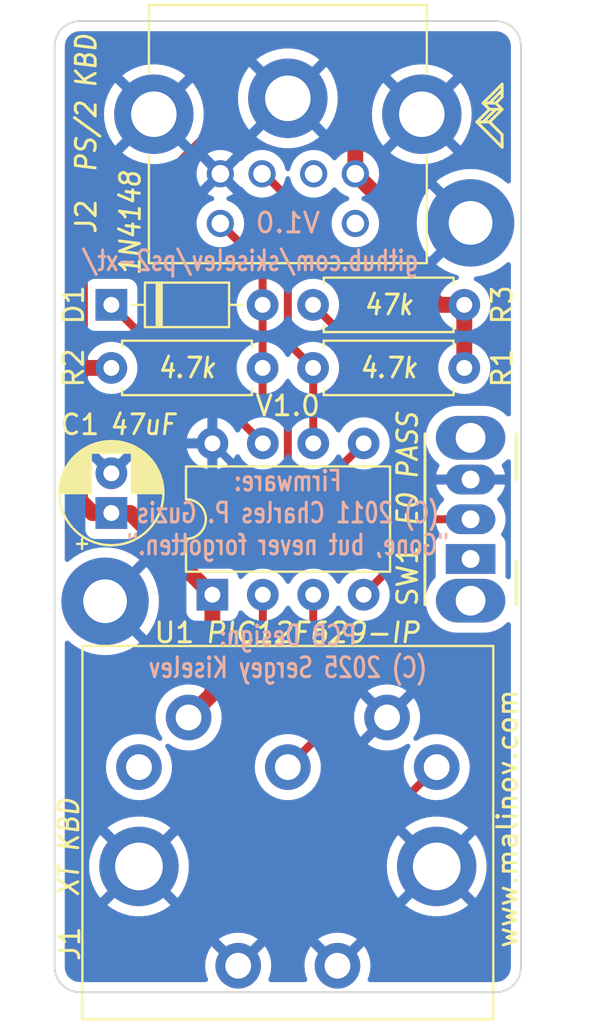
<source format=kicad_pcb>
(kicad_pcb (version 20211014) (generator pcbnew)
  (title_block (title "PS/2 to XT Keyboard Converter") (date "2025-12-01") (company "Sergey Kiselev"))
  (layers (0 "F.Cu" signal) (31 "B.Cu" signal) (34 "B.Paste" user) (35 "F.Paste" user) (36 "B.SilkS" user "B.Silkscreen") (37 "F.SilkS" user "F.Silkscreen") (38 "B.Mask" user) (39 "F.Mask" user) (44 "Edge.Cuts" user))
  (net 0 "")
  (net 1 "VCC")
  (net 2 "GND")
  (net 3 "Net-(D1-Pad1)")
  (net 4 "/AT_CLK")
  (net 5 "/XT_CLK")
  (net 6 "/XT_DATA")
  (net 9 "/AT_DATA")
  (net 12 "Net-(R3-Pad2)")
  (footprint "Resistor_THT:R_Axial_DIN0207_L6.3mm_D2.5mm_P7.62mm_Horizontal" (layer "F.Cu") (at 147.6375 92.3925 180)
    (fp_text reference "R3" (at -1.905 0 90) (layer "F.SilkS"))
    (fp_text value "47k" (at 3.81 0) (layer "F.SilkS") (effects (font (size 1 0.9) (thickness 0.15) italic)))
    (fp_line (start 7.08 -1.37) (end 7.08 -1.04) (layer "F.SilkS") (width 0.12))
    (fp_line (start 0.54 -1.04) (end 0.54 -1.37) (layer "F.SilkS") (width 0.12))
    (fp_line (start 0.54 -1.37) (end 7.08 -1.37) (layer "F.SilkS") (width 0.12))
    (fp_line (start 0.54 1.04) (end 0.54 1.37) (layer "F.SilkS") (width 0.12))
    (fp_line (start 0.54 1.37) (end 7.08 1.37) (layer "F.SilkS") (width 0.12))
    (fp_line (start 7.08 1.37) (end 7.08 1.04) (layer "F.SilkS") (width 0.12))
    (pad "1" thru_hole circle (at 0 0 180) (size 1.6 1.6) (drill 0.8) (layers *.Cu *.Mask) (net 1 "VCC"))
    (pad "2" thru_hole oval (at 7.62 0 180) (size 1.6 1.6) (drill 0.8) (layers *.Cu *.Mask) (net 12 "Net-(R3-Pad2)"))
  )
  (footprint "Capacitor_THT:CP_Radial_D5.0mm_P2.00mm" (layer "F.Cu") (at 129.8575 102.872612 90)
    (fp_text reference "C1" (at 4.447612 -1.5875 180) (layer "F.SilkS"))
    (fp_text value "47uF" (at 4.447612 1.5875 180) (layer "F.SilkS") (effects (font (size 1 0.9) (thickness 0.15) italic)))
    (fp_line (start 1.6 -2.511) (end 1.6 -1.04) (layer "F.SilkS") (width 0.12))
    (fp_line (start 2.641 -2.004) (end 2.641 -1.04) (layer "F.SilkS") (width 0.12))
    (fp_line (start 2.081 1.04) (end 2.081 2.348) (layer "F.SilkS") (width 0.12))
    (fp_line (start 2.281 -2.247) (end 2.281 -1.04) (layer "F.SilkS") (width 0.12))
    (fp_line (start 2.321 -2.224) (end 2.321 -1.04) (layer "F.SilkS") (width 0.12))
    (fp_line (start 3.081 -1.554) (end 3.081 1.554) (layer "F.SilkS") (width 0.12))
    (fp_line (start 3.561 -0.518) (end 3.561 0.518) (layer "F.SilkS") (width 0.12))
    (fp_line (start 1 -2.58) (end 1 -1.04) (layer "F.SilkS") (width 0.12))
    (fp_line (start 2.081 -2.348) (end 2.081 -1.04) (layer "F.SilkS") (width 0.12))
    (fp_line (start 2.841 1.04) (end 2.841 1.826) (layer "F.SilkS") (width 0.12))
    (fp_line (start 1.721 -2.48) (end 1.721 -1.04) (layer "F.SilkS") (width 0.12))
    (fp_line (start 2.681 1.04) (end 2.681 1.971) (layer "F.SilkS") (width 0.12))
    (fp_line (start 1.68 -2.491) (end 1.68 -1.04) (layer "F.SilkS") (width 0.12))
    (fp_line (start 3.121 -1.5) (end 3.121 1.5) (layer "F.SilkS") (width 0.12))
    (fp_line (start 1.32 1.04) (end 1.32 2.561) (layer "F.SilkS") (width 0.12))
    (fp_line (start 2.521 1.04) (end 2.521 2.095) (layer "F.SilkS") (width 0.12))
    (fp_line (start 1.961 1.04) (end 1.961 2.398) (layer "F.SilkS") (width 0.12))
    (fp_line (start 2.481 1.04) (end 2.481 2.122) (layer "F.SilkS") (width 0.12))
    (fp_line (start 2.921 -1.743) (end 2.921 -1.04) (layer "F.SilkS") (width 0.12))
    (fp_line (start 2.121 1.04) (end 2.121 2.329) (layer "F.SilkS") (width 0.12))
    (fp_line (start 1.48 -2.536) (end 1.48 -1.04) (layer "F.SilkS") (width 0.12))
    (fp_line (start 2.841 -1.826) (end 2.841 -1.04) (layer "F.SilkS") (width 0.12))
    (fp_line (start 1.64 1.04) (end 1.64 2.501) (layer "F.SilkS") (width 0.12))
    (fp_line (start 2.881 1.04) (end 2.881 1.785) (layer "F.SilkS") (width 0.12))
    (fp_line (start 1.2 1.04) (end 1.2 2.573) (layer "F.SilkS") (width 0.12))
    (fp_line (start 1.6 1.04) (end 1.6 2.511) (layer "F.SilkS") (width 0.12))
    (fp_line (start 2.801 1.04) (end 2.801 1.864) (layer "F.SilkS") (width 0.12))
    (fp_line (start 1 1.04) (end 1 2.58) (layer "F.SilkS") (width 0.12))
    (fp_line (start 1.881 1.04) (end 1.881 2.428) (layer "F.SilkS") (width 0.12))
    (fp_line (start 1.801 1.04) (end 1.801 2.455) (layer "F.SilkS") (width 0.12))
    (fp_line (start 1.721 1.04) (end 1.721 2.48) (layer "F.SilkS") (width 0.12))
    (fp_line (start 2.721 1.04) (end 2.721 1.937) (layer "F.SilkS") (width 0.12))
    (fp_line (start 2.201 1.04) (end 2.201 2.29) (layer "F.SilkS") (width 0.12))
    (fp_line (start 3.041 -1.605) (end 3.041 1.605) (layer "F.SilkS") (width 0.12))
    (fp_line (start 1.16 1.04) (end 1.16 2.576) (layer "F.SilkS") (width 0.12))
    (fp_line (start 2.161 1.04) (end 2.161 2.31) (layer "F.SilkS") (width 0.12))
    (fp_line (start 2.521 -2.095) (end 2.521 -1.04) (layer "F.SilkS") (width 0.12))
    (fp_line (start 2.761 -1.901) (end 2.761 -1.04) (layer "F.SilkS") (width 0.12))
    (fp_line (start 1.56 1.04) (end 1.56 2.52) (layer "F.SilkS") (width 0.12))
    (fp_line (start 2.961 1.04) (end 2.961 1.699) (layer "F.SilkS") (width 0.12))
    (fp_line (start 1.08 -2.579) (end 1.08 -1.04) (layer "F.SilkS") (width 0.12))
    (fp_line (start 3.201 -1.383) (end 3.201 1.383) (layer "F.SilkS") (width 0.12))
    (fp_line (start 1.761 1.04) (end 1.761 2.468) (layer "F.SilkS") (width 0.12))
    (fp_line (start 2.561 1.04) (end 2.561 2.065) (layer "F.SilkS") (width 0.12))
    (fp_line (start 1.36 -2.556) (end 1.36 -1.04) (layer "F.SilkS") (width 0.12))
    (fp_line (start 2.281 1.04) (end 2.281 2.247) (layer "F.SilkS") (width 0.12))
    (fp_line (start 2.481 -2.122) (end 2.481 -1.04) (layer "F.SilkS") (width 0.12))
    (fp_line (start 2.401 -2.175) (end 2.401 -1.04) (layer "F.SilkS") (width 0.12))
    (fp_line (start 2.321 1.04) (end 2.321 2.224) (layer "F.SilkS") (width 0.12))
    (fp_line (start 2.041 1.04) (end 2.041 2.365) (layer "F.SilkS") (width 0.12))
    (fp_line (start 2.761 1.04) (end 2.761 1.901) (layer "F.SilkS") (width 0.12))
    (fp_line (start 2.881 -1.785) (end 2.881 -1.04) (layer "F.SilkS") (width 0.12))
    (fp_line (start 3.161 -1.443) (end 3.161 1.443) (layer "F.SilkS") (width 0.12))
    (fp_line (start 1.68 1.04) (end 1.68 2.491) (layer "F.SilkS") (width 0.12))
    (fp_line (start 1.08 1.04) (end 1.08 2.579) (layer "F.SilkS") (width 0.12))
    (fp_line (start 2.601 1.04) (end 2.601 2.035) (layer "F.SilkS") (width 0.12))
    (fp_line (start 1.961 -2.398) (end 1.961 -1.04) (layer "F.SilkS") (width 0.12))
    (fp_line (start 1.801 -2.455) (end 1.801 -1.04) (layer "F.SilkS") (width 0.12))
    (fp_line (start 1.48 1.04) (end 1.48 2.536) (layer "F.SilkS") (width 0.12))
    (fp_line (start -1.554775 -1.725) (end -1.554775 -1.225) (layer "F.SilkS") (width 0.12))
    (fp_line (start 1.841 1.04) (end 1.841 2.442) (layer "F.SilkS") (width 0.12))
    (fp_line (start 1.16 -2.576) (end 1.16 -1.04) (layer "F.SilkS") (width 0.12))
    (fp_line (start 3.361 -1.098) (end 3.361 1.098) (layer "F.SilkS") (width 0.12))
    (fp_line (start 3.321 -1.178) (end 3.321 1.178) (layer "F.SilkS") (width 0.12))
    (fp_line (start 1.12 1.04) (end 1.12 2.578) (layer "F.SilkS") (width 0.12))
    (fp_line (start 2.681 -1.971) (end 2.681 -1.04) (layer "F.SilkS") (width 0.12))
    (fp_line (start 1.921 -2.414) (end 1.921 -1.04) (layer "F.SilkS") (width 0.12))
    (fp_line (start 2.441 -2.149) (end 2.441 -1.04) (layer "F.SilkS") (width 0.12))
    (fp_line (start 1.28 1.04) (end 1.28 2.565) (layer "F.SilkS") (width 0.12))
    (fp_line (start 2.161 -2.31) (end 2.161 -1.04) (layer "F.SilkS") (width 0.12))
    (fp_line (start 2.121 -2.329) (end 2.121 -1.04) (layer "F.SilkS") (width 0.12))
    (fp_line (start 2.441 1.04) (end 2.441 2.149) (layer "F.SilkS") (width 0.12))
    (fp_line (start 3.481 -0.805) (end 3.481 0.805) (layer "F.SilkS") (width 0.12))
    (fp_line (start 1.4 -2.55) (end 1.4 -1.04) (layer "F.SilkS") (width 0.12))
    (fp_line (start 3.241 -1.319) (end 3.241 1.319) (layer "F.SilkS") (width 0.12))
    (fp_line (start 2.241 -2.268) (end 2.241 -1.04) (layer "F.SilkS") (width 0.12))
    (fp_line (start 1.64 -2.501) (end 1.64 -1.04) (layer "F.SilkS") (width 0.12))
    (fp_line (start 3.601 -0.284) (end 3.601 0.284) (layer "F.SilkS") (width 0.12))
    (fp_line (start 2.041 -2.365) (end 2.041 -1.04) (layer "F.SilkS") (width 0.12))
    (fp_line (start 2.401 1.04) (end 2.401 2.175) (layer "F.SilkS") (width 0.12))
    (fp_line (start 1.52 1.04) (end 1.52 2.528) (layer "F.SilkS") (width 0.12))
    (fp_line (start 3.521 -0.677) (end 3.521 0.677) (layer "F.SilkS") (width 0.12))
    (fp_line (start 1.24 1.04) (end 1.24 2.569) (layer "F.SilkS") (width 0.12))
    (fp_line (start 1.56 -2.52) (end 1.56 -1.04) (layer "F.SilkS") (width 0.12))
    (fp_line (start 1.28 -2.565) (end 1.28 -1.04) (layer "F.SilkS") (width 0.12))
    (fp_line (start 2.561 -2.065) (end 2.561 -1.04) (layer "F.SilkS") (width 0.12))
    (fp_line (start 1.44 -2.543) (end 1.44 -1.04) (layer "F.SilkS") (width 0.12))
    (fp_line (start 3.001 -1.653) (end 3.001 -1.04) (layer "F.SilkS") (width 0.12))
    (fp_line (start 2.801 -1.864) (end 2.801 -1.04) (layer "F.SilkS") (width 0.12))
    (fp_line (start 2.361 1.04) (end 2.361 2.2) (layer "F.SilkS") (width 0.12))
    (fp_line (start 2.001 -2.382) (end 2.001 -1.04) (layer "F.SilkS") (width 0.12))
    (fp_line (start 3.401 -1.011) (end 3.401 1.011) (layer "F.SilkS") (width 0.12))
    (fp_line (start 1.24 -2.569) (end 1.24 -1.04) (layer "F.SilkS") (width 0.12))
    (fp_line (start 1.881 -2.428) (end 1.881 -1.04) (layer "F.SilkS") (width 0.12))
    (fp_line (start 2.641 1.04) (end 2.641 2.004) (layer "F.SilkS") (width 0.12))
    (fp_line (start 2.961 -1.699) (end 2.961 -1.04) (layer "F.SilkS") (width 0.12))
    (fp_line (start 1.04 1.04) (end 1.04 2.58) (layer "F.SilkS") (width 0.12))
    (fp_line (start 3.281 -1.251) (end 3.281 1.251) (layer "F.SilkS") (width 0.12))
    (fp_line (start -1.804775 -1.475) (end -1.304775 -1.475) (layer "F.SilkS") (width 0.12))
    (fp_line (start 2.201 -2.29) (end 2.201 -1.04) (layer "F.SilkS") (width 0.12))
    (fp_line (start 3.001 1.04) (end 3.001 1.653) (layer "F.SilkS") (width 0.12))
    (fp_line (start 3.441 -0.915) (end 3.441 0.915) (layer "F.SilkS") (width 0.12))
    (fp_line (start 2.601 -2.035) (end 2.601 -1.04) (layer "F.SilkS") (width 0.12))
    (fp_line (start 1.921 1.04) (end 1.921 2.414) (layer "F.SilkS") (width 0.12))
    (fp_line (start 1.04 -2.58) (end 1.04 -1.04) (layer "F.SilkS") (width 0.12))
    (fp_line (start 2.921 1.04) (end 2.921 1.743) (layer "F.SilkS") (width 0.12))
    (fp_line (start 1.761 -2.468) (end 1.761 -1.04) (layer "F.SilkS") (width 0.12))
    (fp_line (start 2.001 1.04) (end 2.001 2.382) (layer "F.SilkS") (width 0.12))
    (fp_line (start 1.36 1.04) (end 1.36 2.556) (layer "F.SilkS") (width 0.12))
    (fp_line (start 1.12 -2.578) (end 1.12 -1.04) (layer "F.SilkS") (width 0.12))
    (fp_line (start 1.4 1.04) (end 1.4 2.55) (layer "F.SilkS") (width 0.12))
    (fp_line (start 2.361 -2.2) (end 2.361 -1.04) (layer "F.SilkS") (width 0.12))
    (fp_line (start 1.52 -2.528) (end 1.52 -1.04) (layer "F.SilkS") (width 0.12))
    (fp_line (start 1.841 -2.442) (end 1.841 -1.04) (layer "F.SilkS") (width 0.12))
    (fp_line (start 2.241 1.04) (end 2.241 2.268) (layer "F.SilkS") (width 0.12))
    (fp_line (start 1.2 -2.573) (end 1.2 -1.04) (layer "F.SilkS") (width 0.12))
    (fp_line (start 1.44 1.04) (end 1.44 2.543) (layer "F.SilkS") (width 0.12))
    (fp_line (start 1.32 -2.561) (end 1.32 -1.04) (layer "F.SilkS") (width 0.12))
    (fp_line (start 2.721 -1.937) (end 2.721 -1.04) (layer "F.SilkS") (width 0.12))
    (fp_circle (center 1 0) (end 3.62 0) (layer "F.SilkS") (width 0.12) (fill none))
    (pad "1" thru_hole rect (at 0 0 90) (size 1.6 1.6) (drill 0.8) (layers *.Cu *.Mask) (net 1 "VCC"))
    (pad "2" thru_hole circle (at 2 0 90) (size 1.6 1.6) (drill 0.8) (layers *.Cu *.Mask) (net 2 "GND"))
  )
  (footprint "Package_DIP:DIP-8_W7.62mm" (layer "F.Cu") (at 134.9475 106.9875 90)
    (fp_text reference "U1" (at -1.915 -1.915 180) (layer "F.SilkS"))
    (fp_text value "PIC12F629-IP" (at -1.915 5.07 180) (layer "F.SilkS") (effects (font (thickness 0.15) italic)))
    (fp_line (start 6.46 -1.33) (end 4.81 -1.33) (layer "F.SilkS") (width 0.12))
    (fp_line (start 1.16 8.95) (end 6.46 8.95) (layer "F.SilkS") (width 0.12))
    (fp_line (start 6.46 8.95) (end 6.46 -1.33) (layer "F.SilkS") (width 0.12))
    (fp_line (start 2.81 -1.33) (end 1.16 -1.33) (layer "F.SilkS") (width 0.12))
    (fp_line (start 1.16 -1.33) (end 1.16 8.95) (layer "F.SilkS") (width 0.12))
    (fp_arc (start 4.81 -1.33) (mid 3.81 -0.33) (end 2.81 -1.33) (layer "F.SilkS") (width 0.12))
    (pad "1" thru_hole rect (at 0 0 90) (size 1.6 1.6) (drill 0.8) (layers *.Cu *.Mask) (net 1 "VCC"))
    (pad "2" thru_hole oval (at 0 2.54 90) (size 1.6 1.6) (drill 0.8) (layers *.Cu *.Mask) (net 5 "/XT_CLK"))
    (pad "3" thru_hole oval (at 0 5.08 90) (size 1.6 1.6) (drill 0.8) (layers *.Cu *.Mask) (net 6 "/XT_DATA"))
    (pad "4" thru_hole oval (at 0 7.62 90) (size 1.6 1.6) (drill 0.8) (layers *.Cu *.Mask) (net 12 "Net-(R3-Pad2)"))
    (pad "5" thru_hole oval (at 7.62 7.62 90) (size 1.6 1.6) (drill 0.8) (layers *.Cu *.Mask) (net 4 "/AT_CLK"))
    (pad "6" thru_hole oval (at 7.62 5.08 90) (size 1.6 1.6) (drill 0.8) (layers *.Cu *.Mask) (net 9 "/AT_DATA"))
    (pad "7" thru_hole oval (at 7.62 2.54 90) (size 1.6 1.6) (drill 0.8) (layers *.Cu *.Mask) (net 3 "Net-(D1-Pad1)"))
    (pad "8" thru_hole oval (at 7.62 0 90) (size 1.6 1.6) (drill 0.8) (layers *.Cu *.Mask) (net 2 "GND"))
  )
  (footprint "Diode_THT:D_DO-35_SOD27_P7.62mm_Horizontal" (layer "F.Cu") (at 129.8575 92.3925)
    (fp_text reference "D1" (at -1.905 0 90) (layer "F.SilkS"))
    (fp_text value "1N4148" (at 0.9525 -4.1275 90) (layer "F.SilkS") (effects (font (size 1 0.9) (thickness 0.15) italic)))
    (fp_line (start 2.29 -1.12) (end 2.29 1.12) (layer "F.SilkS") (width 0.12))
    (fp_line (start 1.69 1.12) (end 5.93 1.12) (layer "F.SilkS") (width 0.12))
    (fp_line (start 2.53 -1.12) (end 2.53 1.12) (layer "F.SilkS") (width 0.12))
    (fp_line (start 5.93 1.12) (end 5.93 -1.12) (layer "F.SilkS") (width 0.12))
    (fp_line (start 5.93 -1.12) (end 1.69 -1.12) (layer "F.SilkS") (width 0.12))
    (fp_line (start 1.69 -1.12) (end 1.69 1.12) (layer "F.SilkS") (width 0.12))
    (fp_line (start 2.41 -1.12) (end 2.41 1.12) (layer "F.SilkS") (width 0.12))
    (fp_line (start 6.58 0) (end 5.93 0) (layer "F.SilkS") (width 0.12))
    (fp_line (start 1.04 0) (end 1.69 0) (layer "F.SilkS") (width 0.12))
    (pad "1" thru_hole rect (at 0 0) (size 1.6 1.6) (drill 0.8) (layers *.Cu *.Mask) (net 3 "Net-(D1-Pad1)"))
    (pad "2" thru_hole oval (at 7.62 0) (size 1.6 1.6) (drill 0.8) (layers *.Cu *.Mask) (net 4 "/AT_CLK"))
  )
  (footprint "MountingHole:MountingHole_2.2mm_M2_Pad" (layer "F.Cu") (at 147.955 88.265 90)
    (fp_text reference "H1")
    (fp_text value "M2")
    (pad "1" thru_hole circle (at 0 0 90) (size 4.4 4.4) (drill 2.2) (layers *.Cu *.Mask) (net 2 "GND"))
  )
  (footprint "MountingHole:MountingHole_2.2mm_M2_Pad" (layer "F.Cu") (at 129.54 107.315 90)
    (fp_text reference "H2")
    (fp_text value "M2")
    (pad "1" thru_hole circle (at 0 0 90) (size 4.4 4.4) (drill 2.2) (layers *.Cu *.Mask) (net 2 "GND"))
  )
  (footprint "Button_Switch_THT:SW_CuK_OS102011MA1QN1_SPDT_Angled" (layer "F.Cu") (at 147.955 105.1875 90)
    (fp_text reference "SW1" (at -0.8575 -3.175 90) (layer "F.SilkS"))
    (fp_text value "E0 PASS" (at 4.54 -3.175 90) (layer "F.SilkS") (effects (font (size 1 0.9) (thickness 0.15) italic)))
    (fp_line (start -2.3 -2.3) (end 6.3 -2.3) (layer "F.SilkS") (width 0.15))
    (fp_line (start 4 2.3) (end 6.3 2.3) (layer "F.SilkS") (width 0.15))
    (fp_line (start -2.3 2.3) (end -0.1 2.3) (layer "F.SilkS") (width 0.15))
    (pad "" thru_hole oval (at -2.1 0 90) (size 2.2 3.5) (drill 1.5) (layers *.Cu *.Mask))
    (pad "" thru_hole oval (at 6.1 0 90) (size 2.2 3.5) (drill 1.5) (layers *.Cu *.Mask))
    (pad "1" thru_hole rect (at 0 0 90) (size 1.5 2.5) (drill 0.9) (layers *.Cu *.Mask))
    (pad "2" thru_hole oval (at 2 0 90) (size 1.5 2.5) (drill 0.9) (layers *.Cu *.Mask) (net 12 "Net-(R3-Pad2)"))
    (pad "3" thru_hole oval (at 4 0 90) (size 1.5 2.5) (drill 0.9) (layers *.Cu *.Mask) (net 2 "GND"))
  )
  (footprint "My_Components:Conn_Mini_DIN_6pin" (layer "F.Cu") (at 138.7475 77.29328)
    (fp_text reference "J2" (at -10.16 10.65422 90) (layer "F.SilkS"))
    (fp_text value "PS/2 KBD" (at -10.16 4.93922 90) (layer "F.SilkS") (effects (font (size 1 0.9) (thickness 0.15) italic)))
    (fp_line (start -7 0) (end -7 3.4) (layer "F.SilkS") (width 0.12))
    (fp_line (start -7 13) (end -7 7.6) (layer "F.SilkS") (width 0.12))
    (fp_line (start 7 13) (end 7 7.6) (layer "F.SilkS") (width 0.12))
    (fp_line (start 7 0) (end 7 3.4) (layer "F.SilkS") (width 0.12))
    (fp_line (start -7 0) (end 7 0) (layer "F.SilkS") (width 0.12))
    (fp_line (start 7 13) (end -7 13) (layer "F.SilkS") (width 0.12))
    (pad "1" thru_hole circle (at -1.3 8.5 180) (size 1.3716 1.3716) (drill 0.889) (layers *.Cu *.Mask) (net 9 "/AT_DATA"))
    (pad "2" thru_hole circle (at 1.3 8.5 180) (size 1.3716 1.3716) (drill 0.889) (layers *.Cu *.Mask))
    (pad "3" thru_hole circle (at -3.4 8.5 180) (size 1.3716 1.3716) (drill 0.889) (layers *.Cu *.Mask) (net 2 "GND"))
    (pad "4" thru_hole circle (at 3.4 8.5 180) (size 1.3716 1.3716) (drill 0.889) (layers *.Cu *.Mask) (net 1 "VCC"))
    (pad "5" thru_hole circle (at -3.4 11 180) (size 1.3716 1.3716) (drill 0.889) (layers *.Cu *.Mask) (net 4 "/AT_CLK"))
    (pad "6" thru_hole circle (at 3.4 11 180) (size 1.3716 1.3716) (drill 0.889) (layers *.Cu *.Mask))
    (pad "~" thru_hole circle (at 6.75 5.5 180) (size 4.0005 4.0005) (drill 2.29108) (layers *.Cu *.Mask) (net 2 "GND"))
    (pad "~" thru_hole circle (at 0 4.7 180) (size 4.0005 4.0005) (drill 2.29108) (layers *.Cu *.Mask) (net 2 "GND"))
    (pad "~" thru_hole circle (at -6.75 5.5 180) (size 4.0005 4.0005) (drill 2.29108) (layers *.Cu *.Mask) (net 2 "GND"))
  )
  (footprint "Resistor_THT:R_Axial_DIN0207_L6.3mm_D2.5mm_P7.62mm_Horizontal" (layer "F.Cu") (at 147.6375 95.5675 180)
    (fp_text reference "R1" (at -1.905 0 90) (layer "F.SilkS"))
    (fp_text value "4.7k" (at 3.81 0) (layer "F.SilkS") (effects (font (size 1 0.9) (thickness 0.15) italic)))
    (fp_line (start 0.54 1.37) (end 7.08 1.37) (layer "F.SilkS") (width 0.12))
    (fp_line (start 0.54 1.04) (end 0.54 1.37) (layer "F.SilkS") (width 0.12))
    (fp_line (start 7.08 1.37) (end 7.08 1.04) (layer "F.SilkS") (width 0.12))
    (fp_line (start 0.54 -1.37) (end 7.08 -1.37) (layer "F.SilkS") (width 0.12))
    (fp_line (start 0.54 -1.04) (end 0.54 -1.37) (layer "F.SilkS") (width 0.12))
    (fp_line (start 7.08 -1.37) (end 7.08 -1.04) (layer "F.SilkS") (width 0.12))
    (pad "1" thru_hole circle (at 0 0 180) (size 1.6 1.6) (drill 0.8) (layers *.Cu *.Mask) (net 1 "VCC"))
    (pad "2" thru_hole oval (at 7.62 0 180) (size 1.6 1.6) (drill 0.8) (layers *.Cu *.Mask) (net 9 "/AT_DATA"))
  )
  (footprint "My_Components:Conn_DIN_5pin" (layer "F.Cu") (at 138.7475 128.3675 180)
    (fp_text reference "J1" (at 10.9855 3.8059 90) (layer "F.SilkS"))
    (fp_text value "XT KBD" (at 11.0363 8.67 270) (layer "F.SilkS") (effects (font (size 1 0.9) (thickness 0.15) italic)))
    (fp_line (start -10.35 18.8) (end -10.35 0) (layer "F.SilkS") (width 0.12))
    (fp_line (start 10.35 18.8) (end -10.35 18.8) (layer "F.SilkS") (width 0.12))
    (fp_line (start 10.35 0) (end 10.35 18.8) (layer "F.SilkS") (width 0.12))
    (fp_line (start -10.35 0) (end 10.35 0) (layer "F.SilkS") (width 0.12))
    (pad "0" thru_hole circle (at 2.5 2.7) (size 2.3 2.3) (drill 1.3) (layers *.Cu *.Mask) (net 2 "GND"))
    (pad "0" thru_hole circle (at -2.5 2.7) (size 2.3 2.3) (drill 1.3) (layers *.Cu *.Mask) (net 2 "GND"))
    (pad "1" thru_hole circle (at -7.5 12.7) (size 2.3 2.3) (drill 1.3) (layers *.Cu *.Mask) (net 5 "/XT_CLK"))
    (pad "2" thru_hole circle (at 0 12.7) (size 2.3 2.3) (drill 1.3) (layers *.Cu *.Mask) (net 6 "/XT_DATA"))
    (pad "3" thru_hole circle (at 7.5 12.7) (size 2.3 2.3) (drill 1.3) (layers *.Cu *.Mask))
    (pad "4" thru_hole circle (at -5 15.2) (size 2.3 2.3) (drill 1.3) (layers *.Cu *.Mask) (net 2 "GND"))
    (pad "5" thru_hole circle (at 5 15.2) (size 2.3 2.3) (drill 1.3) (layers *.Cu *.Mask) (net 1 "VCC"))
    (pad "~" thru_hole circle (at -7.5 7.7) (size 4 4) (drill 2.4) (layers *.Cu *.Mask) (net 2 "GND"))
    (pad "~" thru_hole circle (at 7.5 7.7) (size 4 4) (drill 2.4) (layers *.Cu *.Mask) (net 2 "GND"))
  )
  (footprint "Resistor_THT:R_Axial_DIN0207_L6.3mm_D2.5mm_P7.62mm_Horizontal" (layer "F.Cu") (at 129.8575 95.5675)
    (fp_text reference "R2" (at -1.905 0 90) (layer "F.SilkS"))
    (fp_text value "4.7k" (at 3.81 0 180) (layer "F.SilkS") (effects (font (size 1 0.9) (thickness 0.15) italic)))
    (fp_line (start 0.54 1.37) (end 7.08 1.37) (layer "F.SilkS") (width 0.12))
    (fp_line (start 0.54 1.04) (end 0.54 1.37) (layer "F.SilkS") (width 0.12))
    (fp_line (start 7.08 1.37) (end 7.08 1.04) (layer "F.SilkS") (width 0.12))
    (fp_line (start 0.54 -1.04) (end 0.54 -1.37) (layer "F.SilkS") (width 0.12))
    (fp_line (start 7.08 -1.37) (end 7.08 -1.04) (layer "F.SilkS") (width 0.12))
    (fp_line (start 0.54 -1.37) (end 7.08 -1.37) (layer "F.SilkS") (width 0.12))
    (pad "1" thru_hole circle (at 0 0) (size 1.6 1.6) (drill 0.8) (layers *.Cu *.Mask) (net 1 "VCC"))
    (pad "2" thru_hole oval (at 7.62 0) (size 1.6 1.6) (drill 0.8) (layers *.Cu *.Mask) (net 4 "/AT_CLK"))
  )
  (gr_line (start 148.59 82.2325) (end 149.5425 81.28) (layer "F.SilkS") (width 0.15))
  (gr_line (start 148.59 83.185) (end 149.225 82.55) (layer "F.SilkS") (width 0.15))
  (gr_line (start 149.5425 81.915) (end 149.225 82.2325) (layer "F.SilkS") (width 0.15))
  (gr_line (start 148.2725 83.185) (end 148.9075 83.185) (layer "F.SilkS") (width 0.15))
  (gr_line (start 148.9075 82.55) (end 148.59 82.2325) (layer "F.SilkS") (width 0.15))
  (gr_line (start 149.225 82.2325) (end 149.5425 82.55) (layer "F.SilkS") (width 0.15))
  (gr_line (start 149.5425 81.28) (end 149.5425 81.915) (layer "F.SilkS") (width 0.15))
  (gr_line (start 149.5425 84.455) (end 148.2725 83.185) (layer "F.SilkS") (width 0.15))
  (gr_line (start 148.9075 82.55) (end 149.5425 82.55) (layer "F.SilkS") (width 0.15))
  (gr_line (start 149.5425 82.55) (end 148.9075 83.185) (layer "F.SilkS") (width 0.15))
  (gr_line (start 148.2725 83.185) (end 148.9075 82.55) (layer "F.SilkS") (width 0.15))
  (gr_line (start 148.9075 82.2325) (end 149.5425 81.5975) (layer "F.SilkS") (width 0.15))
  (gr_line (start 148.9075 83.185) (end 149.5425 83.82) (layer "F.SilkS") (width 0.15))
  (gr_line (start 148.59 82.2325) (end 149.225 82.2325) (layer "F.SilkS") (width 0.15))
  (gr_line (start 149.5425 83.82) (end 149.5425 84.455) (layer "F.SilkS") (width 0.15))
  (gr_line (start 149.225 127) (end 128.27 127) (layer "Edge.Cuts") (width 0.1))
  (gr_arc (start 128.27 127) (mid 127.371974 126.628026) (end 127 125.73) (layer "Edge.Cuts") (width 0.1))
  (gr_arc (start 149.225 78.105) (mid 150.123026 78.476974) (end 150.495 79.375) (layer "Edge.Cuts") (width 0.1))
  (gr_line (start 149.225 78.105) (end 128.27 78.105) (layer "Edge.Cuts") (width 0.1))
  (gr_arc (start 127 79.375) (mid 127.371974 78.476974) (end 128.27 78.105) (layer "Edge.Cuts") (width 0.1))
  (gr_line (start 127 125.73) (end 127 79.375) (layer "Edge.Cuts") (width 0.1))
  (gr_arc (start 150.495 125.73) (mid 150.123026 126.628026) (end 149.225 127) (layer "Edge.Cuts") (width 0.1))
  (gr_line (start 150.495 125.73) (end 150.495 79.375) (layer "Edge.Cuts") (width 0.1))
  (gr_text "PCB Design:\n(C) 2025 Sergey Kiselev\n" (at 138.7475 109.855) (layer "B.SilkS") (effects (font (size 1 0.75)) (justify mirror)))
  (gr_text "github.com/skiselev/ps2-xt/" (at 136.8425 90.17) (layer "B.SilkS") (effects (font (size 1 0.75)) (justify mirror)))
  (gr_text "Firmware:\n(C) 2011 Charles P. Guzis\n{dblquote}Gone, but never forgotten.{dblquote}\n" (at 138.7475 102.87) (layer "B.SilkS") (effects (font (size 1 0.75)) (justify mirror)))
  (gr_text "V1.0" (at 138.7475 88.265) (layer "B.SilkS") (effects (font (size 1 1)) (justify mirror)))
  (gr_text "V1.0" (at 138.7475 97.4725) (layer "F.SilkS") (effects (font (size 1 1))))
  (gr_text "www.malinov.com" (at 149.8092 118.2624 90) (layer "F.SilkS") (effects (font (size 1 1))))
  (segment (start 128.27 95.5675) (end 128.27 90.4875) (width 0.8) (layer "F.Cu") (net 1))
  (segment (start 134.9475 106.9875) (end 134.9475 111.9675) (width 0.8) (layer "F.Cu") (net 1))
  (segment (start 146.3675 92.3925) (end 144.22336 90.24836) (width 0.8) (layer "F.Cu") (net 1))
  (segment (start 147.6375 95.5675) (end 147.6375 92.3925) (width 0.8) (layer "F.Cu") (net 1))
  (segment (start 134.9475 111.9675) (end 133.7475 113.1675) (width 0.8) (layer "F.Cu") (net 1))
  (segment (start 128.27 90.4875) (end 135.255 83.5025) (width 0.8) (layer "F.Cu") (net 1))
  (segment (start 128.27 102.235) (end 128.907612 102.872612) (width 0.8) (layer "F.Cu") (net 1))
  (segment (start 135.255 81.28) (end 137.4775 79.0575) (width 0.8) (layer "F.Cu") (net 1))
  (segment (start 135.255 83.5025) (end 135.255 81.28) (width 0.8) (layer "F.Cu") (net 1))
  (segment (start 140.0175 79.0575) (end 142.1475 81.1875) (width 0.8) (layer "F.Cu") (net 1))
  (segment (start 144.22336 90.24836) (end 144.22336 87.86914) (width 0.8) (layer "F.Cu") (net 1))
  (segment (start 128.907612 102.872612) (end 129.8575 102.872612) (width 0.8) (layer "F.Cu") (net 1))
  (segment (start 142.1475 81.1875) (end 142.1475 85.79328) (width 0.8) (layer "F.Cu") (net 1))
  (segment (start 137.4775 79.0575) (end 140.0175 79.0575) (width 0.8) (layer "F.Cu") (net 1))
  (segment (start 128.27 95.5675) (end 129.8575 95.5675) (width 0.8) (layer "F.Cu") (net 1))
  (segment (start 147.6375 92.3925) (end 146.3675 92.3925) (width 0.8) (layer "F.Cu") (net 1))
  (segment (start 130.812612 102.872612) (end 129.8575 102.872612) (width 0.8) (layer "F.Cu") (net 1))
  (segment (start 134.9275 106.9875) (end 130.812612 102.872612) (width 0.8) (layer "F.Cu") (net 1))
  (segment (start 128.27 95.5675) (end 128.27 102.235) (width 0.8) (layer "F.Cu") (net 1))
  (segment (start 144.22336 87.86914) (end 142.1475 85.79328) (width 0.8) (layer "F.Cu") (net 1))
  (segment (start 134.9475 106.9875) (end 134.9275 106.9875) (width 0.8) (layer "F.Cu") (net 1))
  (segment (start 133.0225 99.3675) (end 131.362612 99.3675) (width 0.4) (layer "B.Cu") (net 2))
  (segment (start 143.7475 113.1675) (end 145.0975 111.8175) (width 0.4) (layer "B.Cu") (net 2))
  (segment (start 145.0975 101.2825) (end 136.8625 101.2825) (width 0.4) (layer "B.Cu") (net 2))
  (segment (start 136.8625 101.2825) (end 134.9475 99.3675) (width 0.4) (layer "B.Cu") (net 2))
  (segment (start 131.362612 99.3675) (end 129.8575 100.872612) (width 0.4) (layer "B.Cu") (net 2))
  (segment (start 145.0975 111.8175) (end 145.0975 101.2825) (width 0.4) (layer "B.Cu") (net 2))
  (segment (start 145.1925 101.1875) (end 147.955 101.1875) (width 0.4) (layer "B.Cu") (net 2))
  (segment (start 133.0225 99.3675) (end 133.0225 103.8325) (width 0.4) (layer "B.Cu") (net 2))
  (segment (start 145.0975 91.1225) (end 145.0975 101.2825) (width 0.4) (layer "B.Cu") (net 2))
  (segment (start 133.0225 103.8325) (end 129.54 107.315) (width 0.4) (layer "B.Cu") (net 2))
  (segment (start 145.0975 101.2825) (end 145.1925 101.1875) (width 0.4) (layer "B.Cu") (net 2))
  (segment (start 134.9475 99.3675) (end 133.0225 99.3675) (width 0.4) (layer "B.Cu") (net 2))
  (segment (start 133.0225 88.11828) (end 135.3475 85.79328) (width 0.4) (layer "B.Cu") (net 2))
  (segment (start 147.955 88.265) (end 145.0975 91.1225) (width 0.4) (layer "B.Cu") (net 2))
  (segment (start 133.0225 99.3675) (end 133.0225 88.11828) (width 0.4) (layer "B.Cu") (net 2))
  (segment (start 133.6875 95.5675) (end 133.0325 95.5675) (width 0.4) (layer "F.Cu") (net 3))
  (segment (start 133.0325 95.5675) (end 129.8575 92.3925) (width 0.4) (layer "F.Cu") (net 3))
  (segment (start 137.4875 99.3675) (end 133.6875 95.5675) (width 0.4) (layer "F.Cu") (net 3))
  (segment (start 138.7475 100.33) (end 138.7475 98.425) (width 0.4) (layer "F.Cu") (net 4))
  (segment (start 138.7475 98.425) (end 137.4775 97.155) (width 0.4) (layer "F.Cu") (net 4))
  (segment (start 142.5675 99.3675) (end 140.97 100.965) (width 0.4) (layer "F.Cu") (net 4))
  (segment (start 137.4775 92.3925) (end 137.4775 90.42328) (width 0.4) (layer "F.Cu") (net 4))
  (segment (start 137.4775 90.42328) (end 135.3475 88.29328) (width 0.4) (layer "F.Cu") (net 4))
  (segment (start 140.97 100.965) (end 139.3825 100.965) (width 0.4) (layer "F.Cu") (net 4))
  (segment (start 137.4775 95.5675) (end 137.4775 92.3925) (width 0.4) (layer "F.Cu") (net 4))
  (segment (start 137.4775 97.155) (end 137.4775 95.5675) (width 0.4) (layer "F.Cu") (net 4))
  (segment (start 139.3825 100.965) (end 138.7475 100.33) (width 0.4) (layer "F.Cu") (net 4))
  (segment (start 137.4875 106.9875) (end 137.4875 113.655) (width 0.4) (layer "F.Cu") (net 5))
  (segment (start 136.525 116.36375) (end 137.95375 117.7925) (width 0.4) (layer "F.Cu") (net 5))
  (segment (start 137.95375 117.7925) (end 144.1225 117.7925) (width 0.4) (layer "F.Cu") (net 5))
  (segment (start 144.1225 117.7925) (end 146.2475 115.6675) (width 0.4) (layer "F.Cu") (net 5))
  (segment (start 137.4875 113.655) (end 136.525 114.6175) (width 0.4) (layer "F.Cu") (net 5))
  (segment (start 136.525 114.6175) (end 136.525 116.36375) (width 0.4) (layer "F.Cu") (net 5))
  (segment (start 138.7475 115.6675) (end 140.0275 114.3875) (width 0.4) (layer "F.Cu") (net 6))
  (segment (start 140.0275 114.3875) (end 140.0275 106.9875) (width 0.4) (layer "F.Cu") (net 6))
  (segment (start 138.7475 86.995) (end 137.54578 85.79328) (width 0.4) (layer "F.Cu") (net 9))
  (segment (start 140.0275 95.5775) (end 140.0175 95.5675) (width 0.4) (layer "F.Cu") (net 9))
  (segment (start 137.54578 85.79328) (end 137.4475 85.79328) (width 0.4) (layer "F.Cu") (net 9))
  (segment (start 140.0275 99.3675) (end 140.0275 95.5775) (width 0.4) (layer "F.Cu") (net 9))
  (segment (start 140.0175 95.5675) (end 138.7475 94.2975) (width 0.4) (layer "F.Cu") (net 9))
  (segment (start 138.7475 94.2975) (end 138.7475 86.995) (width 0.4) (layer "F.Cu") (net 9))
  (segment (start 144.78 97.155) (end 140.0175 92.3925) (width 0.4) (layer "F.Cu") (net 12))
  (segment (start 144.78 103.1875) (end 144.78 97.155) (width 0.4) (layer "F.Cu") (net 12))
  (segment (start 147.955 103.1875) (end 144.78 103.1875) (width 0.4) (layer "F.Cu") (net 12))
  (segment (start 142.5675 106.9875) (end 144.78 104.775) (width 0.4) (layer "F.Cu") (net 12))
  (segment (start 144.78 103.1875) (end 144.78 104.775) (width 0.4) (layer "F.Cu") (net 12))
  (zone (net 2) (net_name "GND") (layer "B.Cu") (connect_pads (clearance 0.508)) (min_thickness 0.254) (fill yes (thermal_gap 0.508) (thermal_bridge_width 0.508))
    (polygon (pts (xy 150.495 78.105) (xy 150.495 127) (xy 127 127) (xy 127 78.105)))
  )
)
</source>
